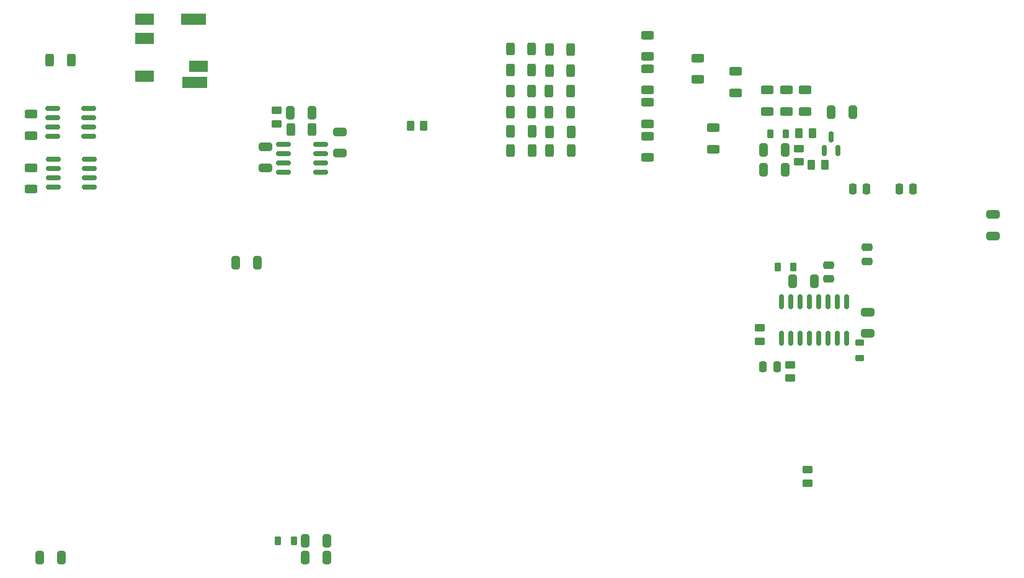
<source format=gbr>
%TF.GenerationSoftware,KiCad,Pcbnew,9.0.5*%
%TF.CreationDate,2025-10-21T17:57:33+02:00*%
%TF.ProjectId,TUNER_KT0936MB9,54554e45-525f-44b5-9430-3933364d4239,rev?*%
%TF.SameCoordinates,Original*%
%TF.FileFunction,Paste,Top*%
%TF.FilePolarity,Positive*%
%FSLAX46Y46*%
G04 Gerber Fmt 4.6, Leading zero omitted, Abs format (unit mm)*
G04 Created by KiCad (PCBNEW 9.0.5) date 2025-10-21 17:57:33*
%MOMM*%
%LPD*%
G01*
G04 APERTURE LIST*
G04 Aperture macros list*
%AMRoundRect*
0 Rectangle with rounded corners*
0 $1 Rounding radius*
0 $2 $3 $4 $5 $6 $7 $8 $9 X,Y pos of 4 corners*
0 Add a 4 corners polygon primitive as box body*
4,1,4,$2,$3,$4,$5,$6,$7,$8,$9,$2,$3,0*
0 Add four circle primitives for the rounded corners*
1,1,$1+$1,$2,$3*
1,1,$1+$1,$4,$5*
1,1,$1+$1,$6,$7*
1,1,$1+$1,$8,$9*
0 Add four rect primitives between the rounded corners*
20,1,$1+$1,$2,$3,$4,$5,0*
20,1,$1+$1,$4,$5,$6,$7,0*
20,1,$1+$1,$6,$7,$8,$9,0*
20,1,$1+$1,$8,$9,$2,$3,0*%
G04 Aperture macros list end*
%ADD10RoundRect,0.250000X0.625000X-0.312500X0.625000X0.312500X-0.625000X0.312500X-0.625000X-0.312500X0*%
%ADD11RoundRect,0.250000X-0.250000X-0.475000X0.250000X-0.475000X0.250000X0.475000X-0.250000X0.475000X0*%
%ADD12RoundRect,0.218750X0.218750X0.381250X-0.218750X0.381250X-0.218750X-0.381250X0.218750X-0.381250X0*%
%ADD13RoundRect,0.250000X-0.312500X-0.625000X0.312500X-0.625000X0.312500X0.625000X-0.312500X0.625000X0*%
%ADD14RoundRect,0.250000X0.450000X-0.262500X0.450000X0.262500X-0.450000X0.262500X-0.450000X-0.262500X0*%
%ADD15RoundRect,0.250000X0.325000X0.650000X-0.325000X0.650000X-0.325000X-0.650000X0.325000X-0.650000X0*%
%ADD16RoundRect,0.162500X0.825000X0.162500X-0.825000X0.162500X-0.825000X-0.162500X0.825000X-0.162500X0*%
%ADD17RoundRect,0.250000X0.650000X-0.325000X0.650000X0.325000X-0.650000X0.325000X-0.650000X-0.325000X0*%
%ADD18RoundRect,0.250000X0.262500X0.450000X-0.262500X0.450000X-0.262500X-0.450000X0.262500X-0.450000X0*%
%ADD19RoundRect,0.150000X-0.150000X0.850000X-0.150000X-0.850000X0.150000X-0.850000X0.150000X0.850000X0*%
%ADD20RoundRect,0.250000X-0.475000X0.250000X-0.475000X-0.250000X0.475000X-0.250000X0.475000X0.250000X0*%
%ADD21RoundRect,0.250000X0.250000X0.475000X-0.250000X0.475000X-0.250000X-0.475000X0.250000X-0.475000X0*%
%ADD22RoundRect,0.150000X-0.825000X-0.150000X0.825000X-0.150000X0.825000X0.150000X-0.825000X0.150000X0*%
%ADD23RoundRect,0.250000X-0.625000X0.312500X-0.625000X-0.312500X0.625000X-0.312500X0.625000X0.312500X0*%
%ADD24RoundRect,0.250000X-0.325000X-0.650000X0.325000X-0.650000X0.325000X0.650000X-0.325000X0.650000X0*%
%ADD25RoundRect,0.250000X-0.262500X-0.450000X0.262500X-0.450000X0.262500X0.450000X-0.262500X0.450000X0*%
%ADD26RoundRect,0.250000X0.312500X0.625000X-0.312500X0.625000X-0.312500X-0.625000X0.312500X-0.625000X0*%
%ADD27RoundRect,0.218750X-0.381250X0.218750X-0.381250X-0.218750X0.381250X-0.218750X0.381250X0.218750X0*%
%ADD28RoundRect,0.250000X-0.450000X0.262500X-0.450000X-0.262500X0.450000X-0.262500X0.450000X0.262500X0*%
%ADD29R,3.400000X1.500000*%
%ADD30R,2.500000X1.500000*%
%ADD31RoundRect,0.250000X-0.650000X0.325000X-0.650000X-0.325000X0.650000X-0.325000X0.650000X0.325000X0*%
%ADD32RoundRect,0.150000X0.150000X-0.587500X0.150000X0.587500X-0.150000X0.587500X-0.150000X-0.587500X0*%
G04 APERTURE END LIST*
D10*
%TO.C,R7*%
X65370000Y-72392500D03*
X65370000Y-69467500D03*
%TD*%
D11*
%TO.C,C18*%
X165340000Y-103975000D03*
X167240000Y-103975000D03*
%TD*%
D12*
%TO.C,FB4*%
X169462500Y-90400000D03*
X167337500Y-90400000D03*
%TD*%
D13*
%TO.C,R34*%
X136206250Y-71900000D03*
X139131250Y-71900000D03*
%TD*%
D14*
%TO.C,R23*%
X170200000Y-76012500D03*
X170200000Y-74187500D03*
%TD*%
D15*
%TO.C,C20*%
X168375000Y-74400000D03*
X165425000Y-74400000D03*
%TD*%
D14*
%TO.C,R2*%
X98900000Y-70812500D03*
X98900000Y-68987500D03*
%TD*%
D13*
%TO.C,R18*%
X130836250Y-60600000D03*
X133761250Y-60600000D03*
%TD*%
D16*
%TO.C,U1*%
X104937500Y-77385000D03*
X104937500Y-76115000D03*
X104937500Y-74845000D03*
X104937500Y-73575000D03*
X99862500Y-73575000D03*
X99862500Y-74845000D03*
X99862500Y-76115000D03*
X99862500Y-77385000D03*
%TD*%
D13*
%TO.C,R8*%
X67975000Y-62100000D03*
X70900000Y-62100000D03*
%TD*%
D17*
%TO.C,C4*%
X107540000Y-74835000D03*
X107540000Y-71885000D03*
%TD*%
D18*
%TO.C,R22*%
X172062500Y-72100000D03*
X170237500Y-72100000D03*
%TD*%
D13*
%TO.C,R21*%
X130806250Y-69250000D03*
X133731250Y-69250000D03*
%TD*%
%TO.C,R19*%
X130806250Y-63460000D03*
X133731250Y-63460000D03*
%TD*%
D10*
%TO.C,R37*%
X149550000Y-75412500D03*
X149550000Y-72487500D03*
%TD*%
D19*
%TO.C,U2*%
X176760000Y-95135000D03*
X175490000Y-95135000D03*
X174220000Y-95135000D03*
X172950000Y-95135000D03*
X171680000Y-95135000D03*
X170410000Y-95135000D03*
X169140000Y-95135000D03*
X167870000Y-95135000D03*
X167870000Y-100135000D03*
X169140000Y-100135000D03*
X170410000Y-100135000D03*
X171680000Y-100135000D03*
X172950000Y-100135000D03*
X174220000Y-100135000D03*
X175490000Y-100135000D03*
X176760000Y-100135000D03*
%TD*%
D15*
%TO.C,C3*%
X103775000Y-69300000D03*
X100825000Y-69300000D03*
%TD*%
D13*
%TO.C,R33*%
X130856250Y-74500000D03*
X133781250Y-74500000D03*
%TD*%
%TO.C,R32*%
X136206250Y-74500000D03*
X139131250Y-74500000D03*
%TD*%
D20*
%TO.C,C24*%
X179550000Y-87700000D03*
X179550000Y-89600000D03*
%TD*%
D15*
%TO.C,C27*%
X69575000Y-130100000D03*
X66625000Y-130100000D03*
%TD*%
D10*
%TO.C,R9*%
X156400000Y-64762500D03*
X156400000Y-61837500D03*
%TD*%
D21*
%TO.C,C23*%
X179450000Y-79750000D03*
X177550000Y-79750000D03*
%TD*%
D10*
%TO.C,R17*%
X161600000Y-66550000D03*
X161600000Y-63625000D03*
%TD*%
D17*
%TO.C,C2*%
X97400000Y-76875000D03*
X97400000Y-73925000D03*
%TD*%
D22*
%TO.C,Q1*%
X68440000Y-75610000D03*
X68440000Y-76880000D03*
X68440000Y-78150000D03*
X68440000Y-79420000D03*
X73390000Y-79420000D03*
X73390000Y-78150000D03*
X73390000Y-76880000D03*
X73390000Y-75610000D03*
%TD*%
D23*
%TO.C,R38*%
X149557526Y-63252446D03*
X149557526Y-66177446D03*
%TD*%
D14*
%TO.C,R11*%
X169000000Y-105575000D03*
X169000000Y-103750000D03*
%TD*%
D24*
%TO.C,C28*%
X102850000Y-130100000D03*
X105800000Y-130100000D03*
%TD*%
D15*
%TO.C,C14*%
X168375000Y-77100000D03*
X165425000Y-77100000D03*
%TD*%
%TO.C,C15*%
X177575000Y-69250000D03*
X174625000Y-69250000D03*
%TD*%
D13*
%TO.C,R24*%
X136156250Y-60650000D03*
X139081250Y-60650000D03*
%TD*%
D10*
%TO.C,R4*%
X65440000Y-79742500D03*
X65440000Y-76817500D03*
%TD*%
D13*
%TO.C,R20*%
X130806250Y-66330000D03*
X133731250Y-66330000D03*
%TD*%
D25*
%TO.C,R29*%
X117187500Y-71100000D03*
X119012500Y-71100000D03*
%TD*%
D13*
%TO.C,R26*%
X136156250Y-63500000D03*
X139081250Y-63500000D03*
%TD*%
D24*
%TO.C,C19*%
X102825000Y-127800000D03*
X105775000Y-127800000D03*
%TD*%
D23*
%TO.C,R10*%
X158500000Y-71337500D03*
X158500000Y-74262500D03*
%TD*%
%TO.C,R39*%
X149538005Y-58697256D03*
X149538005Y-61622256D03*
%TD*%
D18*
%TO.C,R25*%
X173762500Y-76450000D03*
X171937500Y-76450000D03*
%TD*%
D26*
%TO.C,R1*%
X103762500Y-71600000D03*
X100837500Y-71600000D03*
%TD*%
D10*
%TO.C,R36*%
X149553535Y-70806159D03*
X149553535Y-67881159D03*
%TD*%
D12*
%TO.C,FB1*%
X101262500Y-127800000D03*
X99137500Y-127800000D03*
%TD*%
D15*
%TO.C,C8*%
X96275000Y-89750000D03*
X93325000Y-89750000D03*
%TD*%
D27*
%TO.C,FB2*%
X178510000Y-100692500D03*
X178510000Y-102817500D03*
%TD*%
D13*
%TO.C,R35*%
X130856250Y-71800000D03*
X133781250Y-71800000D03*
%TD*%
D10*
%TO.C,R16*%
X171050000Y-69112500D03*
X171050000Y-66187500D03*
%TD*%
D24*
%TO.C,C12*%
X169375000Y-92300000D03*
X172325000Y-92300000D03*
%TD*%
D10*
%TO.C,R13*%
X165900000Y-69112500D03*
X165900000Y-66187500D03*
%TD*%
D17*
%TO.C,C10*%
X179600000Y-99475000D03*
X179600000Y-96525000D03*
%TD*%
D28*
%TO.C,R3*%
X164850000Y-98687500D03*
X164850000Y-100512500D03*
%TD*%
D29*
%TO.C,J2*%
X87575000Y-56475000D03*
D30*
X80925000Y-56475000D03*
X80925000Y-59175000D03*
X80925000Y-64275000D03*
X88225000Y-62975000D03*
D29*
X87775000Y-65175000D03*
%TD*%
D12*
%TO.C,FB3*%
X168462500Y-72150000D03*
X166337500Y-72150000D03*
%TD*%
D13*
%TO.C,R27*%
X136136250Y-66330000D03*
X139061250Y-66330000D03*
%TD*%
D31*
%TO.C,C25*%
X196700000Y-83225000D03*
X196700000Y-86175000D03*
%TD*%
D32*
%TO.C,Q3*%
X173650000Y-74475000D03*
X175550000Y-74475000D03*
X174600000Y-72600000D03*
%TD*%
D20*
%TO.C,C17*%
X174250000Y-90100000D03*
X174250000Y-92000000D03*
%TD*%
D11*
%TO.C,C16*%
X183900000Y-79750000D03*
X185800000Y-79750000D03*
%TD*%
D10*
%TO.C,R14*%
X168500000Y-69112500D03*
X168500000Y-66187500D03*
%TD*%
D14*
%TO.C,R6*%
X171400000Y-119900000D03*
X171400000Y-118075000D03*
%TD*%
D22*
%TO.C,Q2*%
X68335000Y-68695000D03*
X68335000Y-69965000D03*
X68335000Y-71235000D03*
X68335000Y-72505000D03*
X73285000Y-72505000D03*
X73285000Y-71235000D03*
X73285000Y-69965000D03*
X73285000Y-68695000D03*
%TD*%
D13*
%TO.C,R28*%
X136136250Y-69240000D03*
X139061250Y-69240000D03*
%TD*%
M02*

</source>
